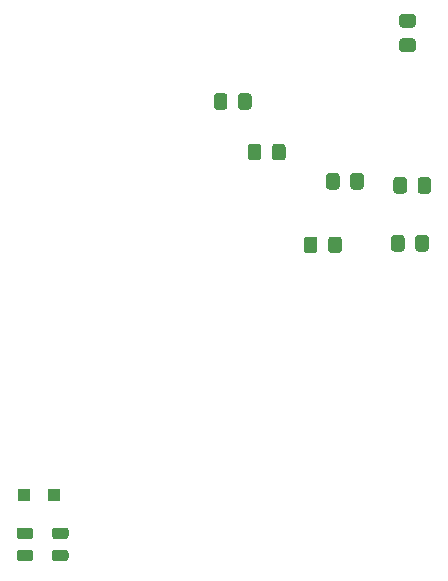
<source format=gbr>
%TF.GenerationSoftware,KiCad,Pcbnew,5.1.6-c6e7f7d~86~ubuntu16.04.1*%
%TF.CreationDate,2021-01-12T06:27:11+00:00*%
%TF.ProjectId,fx502p-minimal-sd,66783530-3270-42d6-9d69-6e696d616c2d,rev?*%
%TF.SameCoordinates,Original*%
%TF.FileFunction,Paste,Bot*%
%TF.FilePolarity,Positive*%
%FSLAX46Y46*%
G04 Gerber Fmt 4.6, Leading zero omitted, Abs format (unit mm)*
G04 Created by KiCad (PCBNEW 5.1.6-c6e7f7d~86~ubuntu16.04.1) date 2021-01-12 06:27:11*
%MOMM*%
%LPD*%
G01*
G04 APERTURE LIST*
%ADD10R,1.000000X1.000000*%
G04 APERTURE END LIST*
%TO.C,R22*%
G36*
G01*
X57350001Y-51950000D02*
X56449999Y-51950000D01*
G75*
G02*
X56200000Y-51700001I0J249999D01*
G01*
X56200000Y-51049999D01*
G75*
G02*
X56449999Y-50800000I249999J0D01*
G01*
X57350001Y-50800000D01*
G75*
G02*
X57600000Y-51049999I0J-249999D01*
G01*
X57600000Y-51700001D01*
G75*
G02*
X57350001Y-51950000I-249999J0D01*
G01*
G37*
G36*
G01*
X57350001Y-54000000D02*
X56449999Y-54000000D01*
G75*
G02*
X56200000Y-53750001I0J249999D01*
G01*
X56200000Y-53099999D01*
G75*
G02*
X56449999Y-52850000I249999J0D01*
G01*
X57350001Y-52850000D01*
G75*
G02*
X57600000Y-53099999I0J-249999D01*
G01*
X57600000Y-53750001D01*
G75*
G02*
X57350001Y-54000000I-249999J0D01*
G01*
G37*
%TD*%
D10*
%TO.C,D1*%
X26950000Y-91500000D03*
X24450000Y-91500000D03*
%TD*%
%TO.C,R6*%
G36*
G01*
X24043750Y-96150000D02*
X24956250Y-96150000D01*
G75*
G02*
X25200000Y-96393750I0J-243750D01*
G01*
X25200000Y-96881250D01*
G75*
G02*
X24956250Y-97125000I-243750J0D01*
G01*
X24043750Y-97125000D01*
G75*
G02*
X23800000Y-96881250I0J243750D01*
G01*
X23800000Y-96393750D01*
G75*
G02*
X24043750Y-96150000I243750J0D01*
G01*
G37*
G36*
G01*
X24043750Y-94275000D02*
X24956250Y-94275000D01*
G75*
G02*
X25200000Y-94518750I0J-243750D01*
G01*
X25200000Y-95006250D01*
G75*
G02*
X24956250Y-95250000I-243750J0D01*
G01*
X24043750Y-95250000D01*
G75*
G02*
X23800000Y-95006250I0J243750D01*
G01*
X23800000Y-94518750D01*
G75*
G02*
X24043750Y-94275000I243750J0D01*
G01*
G37*
%TD*%
%TO.C,R3*%
G36*
G01*
X27043750Y-96150000D02*
X27956250Y-96150000D01*
G75*
G02*
X28200000Y-96393750I0J-243750D01*
G01*
X28200000Y-96881250D01*
G75*
G02*
X27956250Y-97125000I-243750J0D01*
G01*
X27043750Y-97125000D01*
G75*
G02*
X26800000Y-96881250I0J243750D01*
G01*
X26800000Y-96393750D01*
G75*
G02*
X27043750Y-96150000I243750J0D01*
G01*
G37*
G36*
G01*
X27043750Y-94275000D02*
X27956250Y-94275000D01*
G75*
G02*
X28200000Y-94518750I0J-243750D01*
G01*
X28200000Y-95006250D01*
G75*
G02*
X27956250Y-95250000I-243750J0D01*
G01*
X27043750Y-95250000D01*
G75*
G02*
X26800000Y-95006250I0J243750D01*
G01*
X26800000Y-94518750D01*
G75*
G02*
X27043750Y-94275000I243750J0D01*
G01*
G37*
%TD*%
%TO.C,C35*%
G36*
G01*
X52050000Y-65400001D02*
X52050000Y-64499999D01*
G75*
G02*
X52299999Y-64250000I249999J0D01*
G01*
X52950001Y-64250000D01*
G75*
G02*
X53200000Y-64499999I0J-249999D01*
G01*
X53200000Y-65400001D01*
G75*
G02*
X52950001Y-65650000I-249999J0D01*
G01*
X52299999Y-65650000D01*
G75*
G02*
X52050000Y-65400001I0J249999D01*
G01*
G37*
G36*
G01*
X50000000Y-65400001D02*
X50000000Y-64499999D01*
G75*
G02*
X50249999Y-64250000I249999J0D01*
G01*
X50900001Y-64250000D01*
G75*
G02*
X51150000Y-64499999I0J-249999D01*
G01*
X51150000Y-65400001D01*
G75*
G02*
X50900001Y-65650000I-249999J0D01*
G01*
X50249999Y-65650000D01*
G75*
G02*
X50000000Y-65400001I0J249999D01*
G01*
G37*
%TD*%
%TO.C,C34*%
G36*
G01*
X50175001Y-70785002D02*
X50175001Y-69885000D01*
G75*
G02*
X50425000Y-69635001I249999J0D01*
G01*
X51075002Y-69635001D01*
G75*
G02*
X51325001Y-69885000I0J-249999D01*
G01*
X51325001Y-70785002D01*
G75*
G02*
X51075002Y-71035001I-249999J0D01*
G01*
X50425000Y-71035001D01*
G75*
G02*
X50175001Y-70785002I0J249999D01*
G01*
G37*
G36*
G01*
X48125001Y-70785002D02*
X48125001Y-69885000D01*
G75*
G02*
X48375000Y-69635001I249999J0D01*
G01*
X49025002Y-69635001D01*
G75*
G02*
X49275001Y-69885000I0J-249999D01*
G01*
X49275001Y-70785002D01*
G75*
G02*
X49025002Y-71035001I-249999J0D01*
G01*
X48375000Y-71035001D01*
G75*
G02*
X48125001Y-70785002I0J249999D01*
G01*
G37*
%TD*%
%TO.C,C32*%
G36*
G01*
X45425001Y-62935002D02*
X45425001Y-62035000D01*
G75*
G02*
X45675000Y-61785001I249999J0D01*
G01*
X46325002Y-61785001D01*
G75*
G02*
X46575001Y-62035000I0J-249999D01*
G01*
X46575001Y-62935002D01*
G75*
G02*
X46325002Y-63185001I-249999J0D01*
G01*
X45675000Y-63185001D01*
G75*
G02*
X45425001Y-62935002I0J249999D01*
G01*
G37*
G36*
G01*
X43375001Y-62935002D02*
X43375001Y-62035000D01*
G75*
G02*
X43625000Y-61785001I249999J0D01*
G01*
X44275002Y-61785001D01*
G75*
G02*
X44525001Y-62035000I0J-249999D01*
G01*
X44525001Y-62935002D01*
G75*
G02*
X44275002Y-63185001I-249999J0D01*
G01*
X43625000Y-63185001D01*
G75*
G02*
X43375001Y-62935002I0J249999D01*
G01*
G37*
%TD*%
%TO.C,C31*%
G36*
G01*
X57750000Y-65750001D02*
X57750000Y-64849999D01*
G75*
G02*
X57999999Y-64600000I249999J0D01*
G01*
X58650001Y-64600000D01*
G75*
G02*
X58900000Y-64849999I0J-249999D01*
G01*
X58900000Y-65750001D01*
G75*
G02*
X58650001Y-66000000I-249999J0D01*
G01*
X57999999Y-66000000D01*
G75*
G02*
X57750000Y-65750001I0J249999D01*
G01*
G37*
G36*
G01*
X55700000Y-65750001D02*
X55700000Y-64849999D01*
G75*
G02*
X55949999Y-64600000I249999J0D01*
G01*
X56600001Y-64600000D01*
G75*
G02*
X56850000Y-64849999I0J-249999D01*
G01*
X56850000Y-65750001D01*
G75*
G02*
X56600001Y-66000000I-249999J0D01*
G01*
X55949999Y-66000000D01*
G75*
G02*
X55700000Y-65750001I0J249999D01*
G01*
G37*
%TD*%
%TO.C,C26*%
G36*
G01*
X42550000Y-58650001D02*
X42550000Y-57749999D01*
G75*
G02*
X42799999Y-57500000I249999J0D01*
G01*
X43450001Y-57500000D01*
G75*
G02*
X43700000Y-57749999I0J-249999D01*
G01*
X43700000Y-58650001D01*
G75*
G02*
X43450001Y-58900000I-249999J0D01*
G01*
X42799999Y-58900000D01*
G75*
G02*
X42550000Y-58650001I0J249999D01*
G01*
G37*
G36*
G01*
X40500000Y-58650001D02*
X40500000Y-57749999D01*
G75*
G02*
X40749999Y-57500000I249999J0D01*
G01*
X41400001Y-57500000D01*
G75*
G02*
X41650000Y-57749999I0J-249999D01*
G01*
X41650000Y-58650001D01*
G75*
G02*
X41400001Y-58900000I-249999J0D01*
G01*
X40749999Y-58900000D01*
G75*
G02*
X40500000Y-58650001I0J249999D01*
G01*
G37*
%TD*%
%TO.C,C19*%
G36*
G01*
X57550000Y-70650001D02*
X57550000Y-69749999D01*
G75*
G02*
X57799999Y-69500000I249999J0D01*
G01*
X58450001Y-69500000D01*
G75*
G02*
X58700000Y-69749999I0J-249999D01*
G01*
X58700000Y-70650001D01*
G75*
G02*
X58450001Y-70900000I-249999J0D01*
G01*
X57799999Y-70900000D01*
G75*
G02*
X57550000Y-70650001I0J249999D01*
G01*
G37*
G36*
G01*
X55500000Y-70650001D02*
X55500000Y-69749999D01*
G75*
G02*
X55749999Y-69500000I249999J0D01*
G01*
X56400001Y-69500000D01*
G75*
G02*
X56650000Y-69749999I0J-249999D01*
G01*
X56650000Y-70650001D01*
G75*
G02*
X56400001Y-70900000I-249999J0D01*
G01*
X55749999Y-70900000D01*
G75*
G02*
X55500000Y-70650001I0J249999D01*
G01*
G37*
%TD*%
M02*

</source>
